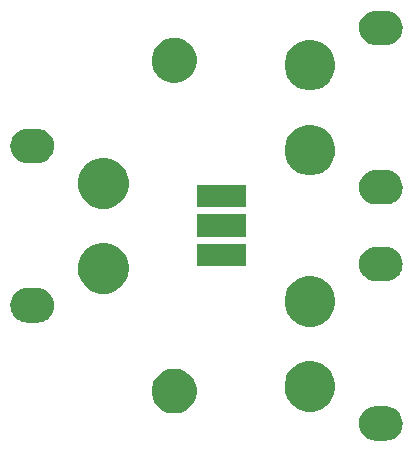
<source format=gbr>
G04 #@! TF.GenerationSoftware,KiCad,Pcbnew,5.0.2-bee76a0~70~ubuntu16.04.1*
G04 #@! TF.CreationDate,2019-11-03T02:00:58+01:00*
G04 #@! TF.ProjectId,switch,73776974-6368-42e6-9b69-6361645f7063,rev?*
G04 #@! TF.SameCoordinates,Original*
G04 #@! TF.FileFunction,Soldermask,Bot*
G04 #@! TF.FilePolarity,Negative*
%FSLAX46Y46*%
G04 Gerber Fmt 4.6, Leading zero omitted, Abs format (unit mm)*
G04 Created by KiCad (PCBNEW 5.0.2-bee76a0~70~ubuntu16.04.1) date Sun 03 Nov 2019 02:00:58 AM CET*
%MOMM*%
%LPD*%
G01*
G04 APERTURE LIST*
%ADD10C,0.100000*%
G04 APERTURE END LIST*
D10*
G36*
X144077861Y-70309497D02*
X144184446Y-70319995D01*
X144366789Y-70375308D01*
X144457961Y-70402965D01*
X144592697Y-70474984D01*
X144710033Y-70537701D01*
X144710035Y-70537702D01*
X144710034Y-70537702D01*
X144930976Y-70719024D01*
X145112298Y-70939966D01*
X145247035Y-71192039D01*
X145247035Y-71192040D01*
X145330005Y-71465554D01*
X145358020Y-71750000D01*
X145330005Y-72034446D01*
X145274692Y-72216789D01*
X145247035Y-72307961D01*
X145175016Y-72442697D01*
X145112299Y-72560033D01*
X144930976Y-72780976D01*
X144710033Y-72962299D01*
X144592697Y-73025016D01*
X144457961Y-73097035D01*
X144366789Y-73124692D01*
X144184446Y-73180005D01*
X144077861Y-73190503D01*
X143971278Y-73201000D01*
X143028722Y-73201000D01*
X142922139Y-73190503D01*
X142815554Y-73180005D01*
X142633211Y-73124692D01*
X142542039Y-73097035D01*
X142407303Y-73025016D01*
X142289967Y-72962299D01*
X142069024Y-72780976D01*
X141887701Y-72560033D01*
X141824984Y-72442697D01*
X141752965Y-72307961D01*
X141725308Y-72216789D01*
X141669995Y-72034446D01*
X141641980Y-71750000D01*
X141669995Y-71465554D01*
X141752965Y-71192040D01*
X141752965Y-71192039D01*
X141887702Y-70939966D01*
X142069024Y-70719024D01*
X142289966Y-70537702D01*
X142289965Y-70537702D01*
X142289967Y-70537701D01*
X142407303Y-70474984D01*
X142542039Y-70402965D01*
X142633211Y-70375308D01*
X142815554Y-70319995D01*
X142922139Y-70309497D01*
X143028722Y-70299000D01*
X143971278Y-70299000D01*
X144077861Y-70309497D01*
X144077861Y-70309497D01*
G37*
G36*
X126432078Y-67147703D02*
X126554501Y-67172054D01*
X126691531Y-67228814D01*
X126900460Y-67315355D01*
X127211820Y-67523399D01*
X127476601Y-67788180D01*
X127684645Y-68099540D01*
X127768589Y-68302198D01*
X127804189Y-68388144D01*
X127827946Y-68445500D01*
X127901000Y-68812766D01*
X127901000Y-69187234D01*
X127827946Y-69554500D01*
X127684645Y-69900460D01*
X127476601Y-70211820D01*
X127211820Y-70476601D01*
X126900460Y-70684645D01*
X126740264Y-70751000D01*
X126554501Y-70827946D01*
X126432078Y-70852297D01*
X126187234Y-70901000D01*
X125812766Y-70901000D01*
X125567922Y-70852297D01*
X125445499Y-70827946D01*
X125259736Y-70751000D01*
X125099540Y-70684645D01*
X124788180Y-70476601D01*
X124523399Y-70211820D01*
X124315355Y-69900460D01*
X124172054Y-69554500D01*
X124099000Y-69187234D01*
X124099000Y-68812766D01*
X124172054Y-68445500D01*
X124195812Y-68388144D01*
X124231411Y-68302198D01*
X124315355Y-68099540D01*
X124523399Y-67788180D01*
X124788180Y-67523399D01*
X125099540Y-67315355D01*
X125308469Y-67228814D01*
X125445499Y-67172054D01*
X125567922Y-67147703D01*
X125812766Y-67099000D01*
X126187234Y-67099000D01*
X126432078Y-67147703D01*
X126432078Y-67147703D01*
G37*
G36*
X138127421Y-66531661D02*
X138127423Y-66531662D01*
X138127424Y-66531662D01*
X138518881Y-66693808D01*
X138869594Y-66928147D01*
X138871186Y-66929211D01*
X139170789Y-67228814D01*
X139170791Y-67228817D01*
X139406192Y-67581119D01*
X139491960Y-67788183D01*
X139568339Y-67972579D01*
X139651000Y-68388144D01*
X139651000Y-68811856D01*
X139576333Y-69187234D01*
X139568338Y-69227424D01*
X139406192Y-69618881D01*
X139218046Y-69900461D01*
X139170789Y-69971186D01*
X138871186Y-70270789D01*
X138871183Y-70270791D01*
X138518881Y-70506192D01*
X138127424Y-70668338D01*
X138127423Y-70668338D01*
X138127421Y-70668339D01*
X137711856Y-70751000D01*
X137288144Y-70751000D01*
X136872579Y-70668339D01*
X136872577Y-70668338D01*
X136872576Y-70668338D01*
X136481119Y-70506192D01*
X136128817Y-70270791D01*
X136128814Y-70270789D01*
X135829211Y-69971186D01*
X135781954Y-69900461D01*
X135593808Y-69618881D01*
X135431662Y-69227424D01*
X135423668Y-69187234D01*
X135349000Y-68811856D01*
X135349000Y-68388144D01*
X135431661Y-67972579D01*
X135508040Y-67788183D01*
X135593808Y-67581119D01*
X135829209Y-67228817D01*
X135829211Y-67228814D01*
X136128814Y-66929211D01*
X136130406Y-66928147D01*
X136481119Y-66693808D01*
X136872576Y-66531662D01*
X136872577Y-66531662D01*
X136872579Y-66531661D01*
X137288144Y-66449000D01*
X137711856Y-66449000D01*
X138127421Y-66531661D01*
X138127421Y-66531661D01*
G37*
G36*
X138127421Y-59331661D02*
X138127423Y-59331662D01*
X138127424Y-59331662D01*
X138518881Y-59493808D01*
X138797544Y-59680005D01*
X138871186Y-59729211D01*
X139170789Y-60028814D01*
X139170791Y-60028817D01*
X139406192Y-60381119D01*
X139546156Y-60719024D01*
X139568339Y-60772579D01*
X139651000Y-61188144D01*
X139651000Y-61611855D01*
X139568338Y-62027424D01*
X139406192Y-62418881D01*
X139311877Y-62560033D01*
X139170789Y-62771186D01*
X138871186Y-63070789D01*
X138871183Y-63070791D01*
X138518881Y-63306192D01*
X138127424Y-63468338D01*
X138127423Y-63468338D01*
X138127421Y-63468339D01*
X137711856Y-63551000D01*
X137288144Y-63551000D01*
X136872579Y-63468339D01*
X136872577Y-63468338D01*
X136872576Y-63468338D01*
X136481119Y-63306192D01*
X136128817Y-63070791D01*
X136128814Y-63070789D01*
X135829211Y-62771186D01*
X135688123Y-62560033D01*
X135593808Y-62418881D01*
X135431662Y-62027424D01*
X135349000Y-61611855D01*
X135349000Y-61188144D01*
X135431661Y-60772579D01*
X135453844Y-60719024D01*
X135593808Y-60381119D01*
X135829209Y-60028817D01*
X135829211Y-60028814D01*
X136128814Y-59729211D01*
X136202456Y-59680005D01*
X136481119Y-59493808D01*
X136872576Y-59331662D01*
X136872577Y-59331662D01*
X136872579Y-59331661D01*
X137288144Y-59249000D01*
X137711856Y-59249000D01*
X138127421Y-59331661D01*
X138127421Y-59331661D01*
G37*
G36*
X114577861Y-60309498D02*
X114684446Y-60319995D01*
X114866789Y-60375308D01*
X114957961Y-60402965D01*
X115092697Y-60474984D01*
X115210033Y-60537701D01*
X115210035Y-60537702D01*
X115210034Y-60537702D01*
X115430976Y-60719024D01*
X115612298Y-60939966D01*
X115747035Y-61192039D01*
X115747035Y-61192040D01*
X115830005Y-61465554D01*
X115858020Y-61750000D01*
X115830005Y-62034446D01*
X115774692Y-62216789D01*
X115747035Y-62307961D01*
X115675016Y-62442697D01*
X115612299Y-62560033D01*
X115430976Y-62780976D01*
X115210033Y-62962299D01*
X115092697Y-63025016D01*
X114957961Y-63097035D01*
X114866789Y-63124692D01*
X114684446Y-63180005D01*
X114577861Y-63190502D01*
X114471278Y-63201000D01*
X113528722Y-63201000D01*
X113422139Y-63190502D01*
X113315554Y-63180005D01*
X113133211Y-63124692D01*
X113042039Y-63097035D01*
X112907303Y-63025016D01*
X112789967Y-62962299D01*
X112569024Y-62780976D01*
X112387701Y-62560033D01*
X112324984Y-62442697D01*
X112252965Y-62307961D01*
X112225308Y-62216789D01*
X112169995Y-62034446D01*
X112141980Y-61750000D01*
X112169995Y-61465554D01*
X112252965Y-61192040D01*
X112252965Y-61192039D01*
X112387702Y-60939966D01*
X112569024Y-60719024D01*
X112789966Y-60537702D01*
X112789965Y-60537702D01*
X112789967Y-60537701D01*
X112907303Y-60474984D01*
X113042039Y-60402965D01*
X113133211Y-60375308D01*
X113315554Y-60319995D01*
X113422139Y-60309498D01*
X113528722Y-60299000D01*
X114471278Y-60299000D01*
X114577861Y-60309498D01*
X114577861Y-60309498D01*
G37*
G36*
X120627421Y-56531661D02*
X120627423Y-56531662D01*
X120627424Y-56531662D01*
X121018881Y-56693808D01*
X121331906Y-56902965D01*
X121371186Y-56929211D01*
X121670789Y-57228814D01*
X121670791Y-57228817D01*
X121906192Y-57581119D01*
X122065429Y-57965554D01*
X122068339Y-57972579D01*
X122151000Y-58388144D01*
X122151000Y-58811856D01*
X122101635Y-59060033D01*
X122068338Y-59227424D01*
X121906192Y-59618881D01*
X121671853Y-59969594D01*
X121670789Y-59971186D01*
X121371186Y-60270789D01*
X121371183Y-60270791D01*
X121018881Y-60506192D01*
X120627424Y-60668338D01*
X120627423Y-60668338D01*
X120627421Y-60668339D01*
X120211856Y-60751000D01*
X119788144Y-60751000D01*
X119372579Y-60668339D01*
X119372577Y-60668338D01*
X119372576Y-60668338D01*
X118981119Y-60506192D01*
X118628817Y-60270791D01*
X118628814Y-60270789D01*
X118329211Y-59971186D01*
X118328147Y-59969594D01*
X118093808Y-59618881D01*
X117931662Y-59227424D01*
X117898366Y-59060033D01*
X117849000Y-58811856D01*
X117849000Y-58388144D01*
X117931661Y-57972579D01*
X117934571Y-57965554D01*
X118093808Y-57581119D01*
X118329209Y-57228817D01*
X118329211Y-57228814D01*
X118628814Y-56929211D01*
X118668094Y-56902965D01*
X118981119Y-56693808D01*
X119372576Y-56531662D01*
X119372577Y-56531662D01*
X119372579Y-56531661D01*
X119788144Y-56449000D01*
X120211856Y-56449000D01*
X120627421Y-56531661D01*
X120627421Y-56531661D01*
G37*
G36*
X144077861Y-56809497D02*
X144184446Y-56819995D01*
X144366789Y-56875308D01*
X144457961Y-56902965D01*
X144507063Y-56929211D01*
X144710033Y-57037701D01*
X144710035Y-57037702D01*
X144710034Y-57037702D01*
X144930976Y-57219024D01*
X145112298Y-57439966D01*
X145247035Y-57692039D01*
X145247035Y-57692040D01*
X145330005Y-57965554D01*
X145358020Y-58250000D01*
X145330005Y-58534446D01*
X145274692Y-58716789D01*
X145247035Y-58807961D01*
X145244953Y-58811856D01*
X145112299Y-59060033D01*
X144930976Y-59280976D01*
X144710033Y-59462299D01*
X144651082Y-59493809D01*
X144457961Y-59597035D01*
X144385944Y-59618881D01*
X144184446Y-59680005D01*
X144077861Y-59690502D01*
X143971278Y-59701000D01*
X143028722Y-59701000D01*
X142922139Y-59690502D01*
X142815554Y-59680005D01*
X142614056Y-59618881D01*
X142542039Y-59597035D01*
X142348918Y-59493809D01*
X142289967Y-59462299D01*
X142069024Y-59280976D01*
X141887701Y-59060033D01*
X141755047Y-58811856D01*
X141752965Y-58807961D01*
X141725308Y-58716789D01*
X141669995Y-58534446D01*
X141641980Y-58250000D01*
X141669995Y-57965554D01*
X141752965Y-57692040D01*
X141752965Y-57692039D01*
X141887702Y-57439966D01*
X142069024Y-57219024D01*
X142289966Y-57037702D01*
X142289965Y-57037702D01*
X142289967Y-57037701D01*
X142492937Y-56929211D01*
X142542039Y-56902965D01*
X142633211Y-56875308D01*
X142815554Y-56819995D01*
X142922139Y-56809497D01*
X143028722Y-56799000D01*
X143971278Y-56799000D01*
X144077861Y-56809497D01*
X144077861Y-56809497D01*
G37*
G36*
X132051000Y-58451000D02*
X127949000Y-58451000D01*
X127949000Y-56549000D01*
X132051000Y-56549000D01*
X132051000Y-58451000D01*
X132051000Y-58451000D01*
G37*
G36*
X132051000Y-55951000D02*
X127949000Y-55951000D01*
X127949000Y-54049000D01*
X132051000Y-54049000D01*
X132051000Y-55951000D01*
X132051000Y-55951000D01*
G37*
G36*
X120627421Y-49331661D02*
X120627423Y-49331662D01*
X120627424Y-49331662D01*
X121018881Y-49493808D01*
X121297544Y-49680005D01*
X121371186Y-49729211D01*
X121670789Y-50028814D01*
X121670791Y-50028817D01*
X121906192Y-50381119D01*
X122046156Y-50719024D01*
X122068339Y-50772579D01*
X122151000Y-51188144D01*
X122151000Y-51611855D01*
X122068338Y-52027424D01*
X121906192Y-52418881D01*
X121811877Y-52560033D01*
X121670789Y-52771186D01*
X121371186Y-53070789D01*
X121371183Y-53070791D01*
X121018881Y-53306192D01*
X120627424Y-53468338D01*
X120627423Y-53468338D01*
X120627421Y-53468339D01*
X120211856Y-53551000D01*
X119788144Y-53551000D01*
X119372579Y-53468339D01*
X119372577Y-53468338D01*
X119372576Y-53468338D01*
X118981119Y-53306192D01*
X118628817Y-53070791D01*
X118628814Y-53070789D01*
X118329211Y-52771186D01*
X118188123Y-52560033D01*
X118093808Y-52418881D01*
X117931662Y-52027424D01*
X117849000Y-51611855D01*
X117849000Y-51188144D01*
X117931661Y-50772579D01*
X117953844Y-50719024D01*
X118093808Y-50381119D01*
X118329209Y-50028817D01*
X118329211Y-50028814D01*
X118628814Y-49729211D01*
X118702456Y-49680005D01*
X118981119Y-49493808D01*
X119372576Y-49331662D01*
X119372577Y-49331662D01*
X119372579Y-49331661D01*
X119788144Y-49249000D01*
X120211856Y-49249000D01*
X120627421Y-49331661D01*
X120627421Y-49331661D01*
G37*
G36*
X132051000Y-53451000D02*
X127949000Y-53451000D01*
X127949000Y-51549000D01*
X132051000Y-51549000D01*
X132051000Y-53451000D01*
X132051000Y-53451000D01*
G37*
G36*
X144077861Y-50309498D02*
X144184446Y-50319995D01*
X144366789Y-50375308D01*
X144457961Y-50402965D01*
X144592697Y-50474984D01*
X144710033Y-50537701D01*
X144710035Y-50537702D01*
X144710034Y-50537702D01*
X144930976Y-50719024D01*
X145112298Y-50939966D01*
X145247035Y-51192039D01*
X145247035Y-51192040D01*
X145330005Y-51465554D01*
X145358020Y-51750000D01*
X145330005Y-52034446D01*
X145274692Y-52216789D01*
X145247035Y-52307961D01*
X145175016Y-52442697D01*
X145112299Y-52560033D01*
X144930976Y-52780976D01*
X144710033Y-52962299D01*
X144592697Y-53025016D01*
X144457961Y-53097035D01*
X144366789Y-53124692D01*
X144184446Y-53180005D01*
X144077861Y-53190503D01*
X143971278Y-53201000D01*
X143028722Y-53201000D01*
X142922139Y-53190503D01*
X142815554Y-53180005D01*
X142633211Y-53124692D01*
X142542039Y-53097035D01*
X142407303Y-53025016D01*
X142289967Y-52962299D01*
X142069024Y-52780976D01*
X141887701Y-52560033D01*
X141824984Y-52442697D01*
X141752965Y-52307961D01*
X141725308Y-52216789D01*
X141669995Y-52034446D01*
X141641980Y-51750000D01*
X141669995Y-51465554D01*
X141752965Y-51192040D01*
X141752965Y-51192039D01*
X141887702Y-50939966D01*
X142069024Y-50719024D01*
X142289966Y-50537702D01*
X142289965Y-50537702D01*
X142289967Y-50537701D01*
X142407303Y-50474984D01*
X142542039Y-50402965D01*
X142633211Y-50375308D01*
X142815554Y-50319995D01*
X142922139Y-50309498D01*
X143028722Y-50299000D01*
X143971278Y-50299000D01*
X144077861Y-50309498D01*
X144077861Y-50309498D01*
G37*
G36*
X138127421Y-46531661D02*
X138127423Y-46531662D01*
X138127424Y-46531662D01*
X138518881Y-46693808D01*
X138831906Y-46902965D01*
X138871186Y-46929211D01*
X139170789Y-47228814D01*
X139170791Y-47228817D01*
X139406192Y-47581119D01*
X139565429Y-47965554D01*
X139568339Y-47972579D01*
X139651000Y-48388144D01*
X139651000Y-48811856D01*
X139601635Y-49060033D01*
X139568338Y-49227424D01*
X139406192Y-49618881D01*
X139171853Y-49969594D01*
X139170789Y-49971186D01*
X138871186Y-50270789D01*
X138871183Y-50270791D01*
X138518881Y-50506192D01*
X138127424Y-50668338D01*
X138127423Y-50668338D01*
X138127421Y-50668339D01*
X137711856Y-50751000D01*
X137288144Y-50751000D01*
X136872579Y-50668339D01*
X136872577Y-50668338D01*
X136872576Y-50668338D01*
X136481119Y-50506192D01*
X136128817Y-50270791D01*
X136128814Y-50270789D01*
X135829211Y-49971186D01*
X135828147Y-49969594D01*
X135593808Y-49618881D01*
X135431662Y-49227424D01*
X135398366Y-49060033D01*
X135349000Y-48811856D01*
X135349000Y-48388144D01*
X135431661Y-47972579D01*
X135434571Y-47965554D01*
X135593808Y-47581119D01*
X135829209Y-47228817D01*
X135829211Y-47228814D01*
X136128814Y-46929211D01*
X136168094Y-46902965D01*
X136481119Y-46693808D01*
X136872576Y-46531662D01*
X136872577Y-46531662D01*
X136872579Y-46531661D01*
X137288144Y-46449000D01*
X137711856Y-46449000D01*
X138127421Y-46531661D01*
X138127421Y-46531661D01*
G37*
G36*
X114577861Y-46809498D02*
X114684446Y-46819995D01*
X114866789Y-46875308D01*
X114957961Y-46902965D01*
X115007063Y-46929211D01*
X115210033Y-47037701D01*
X115210035Y-47037702D01*
X115210034Y-47037702D01*
X115430976Y-47219024D01*
X115612298Y-47439966D01*
X115747035Y-47692039D01*
X115747035Y-47692040D01*
X115830005Y-47965554D01*
X115858020Y-48250000D01*
X115830005Y-48534446D01*
X115774692Y-48716789D01*
X115747035Y-48807961D01*
X115744953Y-48811856D01*
X115612299Y-49060033D01*
X115430976Y-49280976D01*
X115210033Y-49462299D01*
X115151082Y-49493809D01*
X114957961Y-49597035D01*
X114885944Y-49618881D01*
X114684446Y-49680005D01*
X114577861Y-49690502D01*
X114471278Y-49701000D01*
X113528722Y-49701000D01*
X113422139Y-49690503D01*
X113315554Y-49680005D01*
X113114056Y-49618881D01*
X113042039Y-49597035D01*
X112848918Y-49493809D01*
X112789967Y-49462299D01*
X112569024Y-49280976D01*
X112387701Y-49060033D01*
X112255047Y-48811856D01*
X112252965Y-48807961D01*
X112225308Y-48716789D01*
X112169995Y-48534446D01*
X112141980Y-48250000D01*
X112169995Y-47965554D01*
X112252965Y-47692040D01*
X112252965Y-47692039D01*
X112387702Y-47439966D01*
X112569024Y-47219024D01*
X112789966Y-47037702D01*
X112789965Y-47037702D01*
X112789967Y-47037701D01*
X112992937Y-46929211D01*
X113042039Y-46902965D01*
X113133211Y-46875308D01*
X113315554Y-46819995D01*
X113422139Y-46809498D01*
X113528722Y-46799000D01*
X114471278Y-46799000D01*
X114577861Y-46809498D01*
X114577861Y-46809498D01*
G37*
G36*
X138127421Y-39331661D02*
X138127423Y-39331662D01*
X138127424Y-39331662D01*
X138518881Y-39493808D01*
X138797544Y-39680005D01*
X138871186Y-39729211D01*
X139170789Y-40028814D01*
X139170791Y-40028817D01*
X139406192Y-40381119D01*
X139568338Y-40772576D01*
X139568339Y-40772579D01*
X139650819Y-41187234D01*
X139651000Y-41188145D01*
X139651000Y-41611855D01*
X139568338Y-42027424D01*
X139406192Y-42418881D01*
X139228614Y-42684645D01*
X139170789Y-42771186D01*
X138871186Y-43070789D01*
X138871183Y-43070791D01*
X138518881Y-43306192D01*
X138127424Y-43468338D01*
X138127423Y-43468338D01*
X138127421Y-43468339D01*
X137711856Y-43551000D01*
X137288144Y-43551000D01*
X136872579Y-43468339D01*
X136872577Y-43468338D01*
X136872576Y-43468338D01*
X136481119Y-43306192D01*
X136128817Y-43070791D01*
X136128814Y-43070789D01*
X135829211Y-42771186D01*
X135771386Y-42684645D01*
X135593808Y-42418881D01*
X135431662Y-42027424D01*
X135349000Y-41611855D01*
X135349000Y-41188145D01*
X135349181Y-41187234D01*
X135431661Y-40772579D01*
X135431662Y-40772576D01*
X135593808Y-40381119D01*
X135829209Y-40028817D01*
X135829211Y-40028814D01*
X136128814Y-39729211D01*
X136202456Y-39680005D01*
X136481119Y-39493808D01*
X136872576Y-39331662D01*
X136872577Y-39331662D01*
X136872579Y-39331661D01*
X137288144Y-39249000D01*
X137711856Y-39249000D01*
X138127421Y-39331661D01*
X138127421Y-39331661D01*
G37*
G36*
X126432078Y-39147703D02*
X126554501Y-39172054D01*
X126697802Y-39231411D01*
X126900460Y-39315355D01*
X127211820Y-39523399D01*
X127476601Y-39788180D01*
X127684645Y-40099540D01*
X127827946Y-40445500D01*
X127901000Y-40812766D01*
X127901000Y-41187234D01*
X127852297Y-41432078D01*
X127827946Y-41554501D01*
X127768589Y-41697802D01*
X127684645Y-41900460D01*
X127476601Y-42211820D01*
X127211820Y-42476601D01*
X126900460Y-42684645D01*
X126697802Y-42768589D01*
X126554501Y-42827946D01*
X126432078Y-42852297D01*
X126187234Y-42901000D01*
X125812766Y-42901000D01*
X125567922Y-42852297D01*
X125445499Y-42827946D01*
X125302198Y-42768589D01*
X125099540Y-42684645D01*
X124788180Y-42476601D01*
X124523399Y-42211820D01*
X124315355Y-41900460D01*
X124231411Y-41697802D01*
X124172054Y-41554501D01*
X124147703Y-41432078D01*
X124099000Y-41187234D01*
X124099000Y-40812766D01*
X124172054Y-40445500D01*
X124315355Y-40099540D01*
X124523399Y-39788180D01*
X124788180Y-39523399D01*
X125099540Y-39315355D01*
X125302198Y-39231411D01*
X125445499Y-39172054D01*
X125567922Y-39147703D01*
X125812766Y-39099000D01*
X126187234Y-39099000D01*
X126432078Y-39147703D01*
X126432078Y-39147703D01*
G37*
G36*
X144077861Y-36809498D02*
X144184446Y-36819995D01*
X144366789Y-36875308D01*
X144457961Y-36902965D01*
X144592697Y-36974984D01*
X144710033Y-37037701D01*
X144710035Y-37037702D01*
X144710034Y-37037702D01*
X144930976Y-37219024D01*
X145112298Y-37439966D01*
X145247035Y-37692039D01*
X145247035Y-37692040D01*
X145330005Y-37965554D01*
X145358020Y-38250000D01*
X145330005Y-38534446D01*
X145274692Y-38716789D01*
X145247035Y-38807961D01*
X145175016Y-38942697D01*
X145112299Y-39060033D01*
X144930976Y-39280976D01*
X144710033Y-39462299D01*
X144651082Y-39493809D01*
X144457961Y-39597035D01*
X144366789Y-39624692D01*
X144184446Y-39680005D01*
X144077861Y-39690503D01*
X143971278Y-39701000D01*
X143028722Y-39701000D01*
X142922139Y-39690503D01*
X142815554Y-39680005D01*
X142633211Y-39624692D01*
X142542039Y-39597035D01*
X142348918Y-39493809D01*
X142289967Y-39462299D01*
X142069024Y-39280976D01*
X141887701Y-39060033D01*
X141824984Y-38942697D01*
X141752965Y-38807961D01*
X141725308Y-38716789D01*
X141669995Y-38534446D01*
X141641980Y-38250000D01*
X141669995Y-37965554D01*
X141752965Y-37692040D01*
X141752965Y-37692039D01*
X141887702Y-37439966D01*
X142069024Y-37219024D01*
X142289966Y-37037702D01*
X142289965Y-37037702D01*
X142289967Y-37037701D01*
X142407303Y-36974984D01*
X142542039Y-36902965D01*
X142633211Y-36875308D01*
X142815554Y-36819995D01*
X142922139Y-36809498D01*
X143028722Y-36799000D01*
X143971278Y-36799000D01*
X144077861Y-36809498D01*
X144077861Y-36809498D01*
G37*
M02*

</source>
